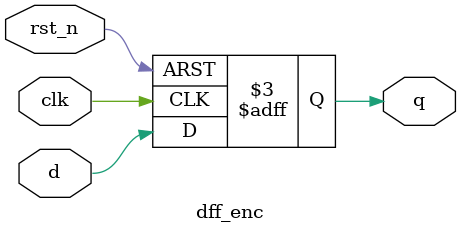
<source format=v>
module dff_enc (rst_n,d,clk,q);
parameter WIDTH = 1;
input rst_n,clk;
input [WIDTH-1:0]d;
output reg [WIDTH-1:0]q;
always @(posedge clk or negedge rst_n) begin
    if (~rst_n) begin
        q <=0;
    end
    else begin
        q <= d;
    end
end
endmodule
</source>
